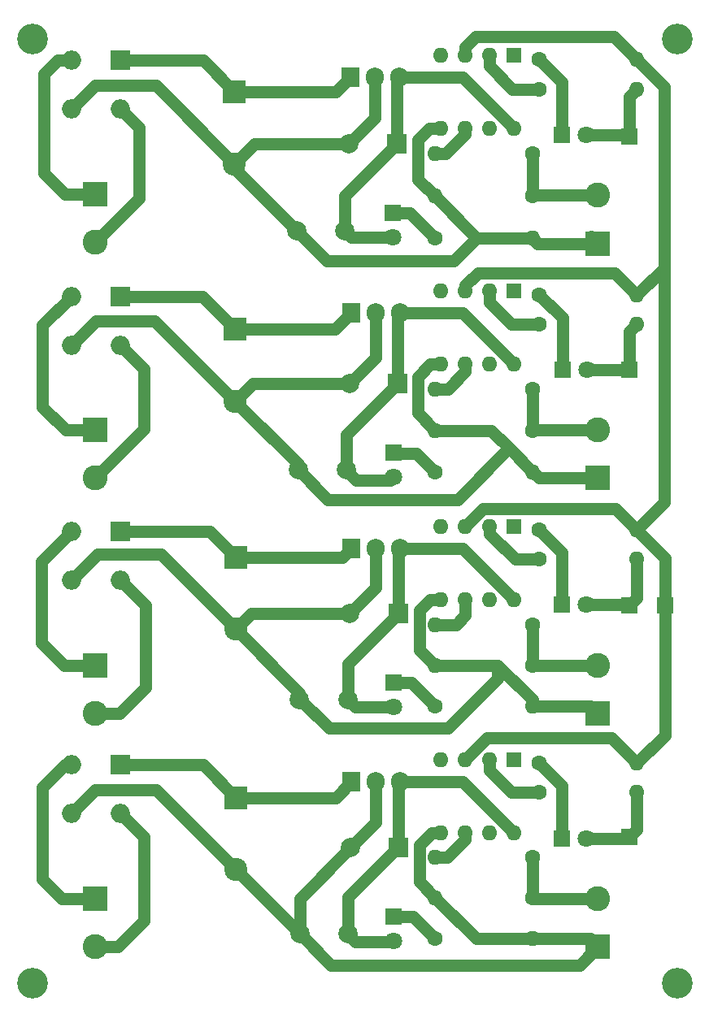
<source format=gbr>
%TF.GenerationSoftware,KiCad,Pcbnew,8.0.4*%
%TF.CreationDate,2025-01-05T13:35:29+05:30*%
%TF.ProjectId,Driver Circuit Combined - V1,44726976-6572-4204-9369-726375697420,rev?*%
%TF.SameCoordinates,Original*%
%TF.FileFunction,Copper,L2,Bot*%
%TF.FilePolarity,Positive*%
%FSLAX46Y46*%
G04 Gerber Fmt 4.6, Leading zero omitted, Abs format (unit mm)*
G04 Created by KiCad (PCBNEW 8.0.4) date 2025-01-05 13:35:29*
%MOMM*%
%LPD*%
G01*
G04 APERTURE LIST*
%TA.AperFunction,ComponentPad*%
%ADD10R,1.905000X2.000000*%
%TD*%
%TA.AperFunction,ComponentPad*%
%ADD11O,1.905000X2.000000*%
%TD*%
%TA.AperFunction,ComponentPad*%
%ADD12C,1.600000*%
%TD*%
%TA.AperFunction,ComponentPad*%
%ADD13O,1.600000X1.600000*%
%TD*%
%TA.AperFunction,ComponentPad*%
%ADD14R,1.800000X1.800000*%
%TD*%
%TA.AperFunction,ComponentPad*%
%ADD15C,1.800000*%
%TD*%
%TA.AperFunction,ComponentPad*%
%ADD16R,2.600000X2.600000*%
%TD*%
%TA.AperFunction,ComponentPad*%
%ADD17C,2.600000*%
%TD*%
%TA.AperFunction,ComponentPad*%
%ADD18C,2.000000*%
%TD*%
%TA.AperFunction,ComponentPad*%
%ADD19R,1.600000X1.600000*%
%TD*%
%TA.AperFunction,ComponentPad*%
%ADD20R,2.400000X2.400000*%
%TD*%
%TA.AperFunction,ComponentPad*%
%ADD21C,2.400000*%
%TD*%
%TA.AperFunction,ComponentPad*%
%ADD22R,2.000000X2.000000*%
%TD*%
%TA.AperFunction,ComponentPad*%
%ADD23O,2.000000X2.000000*%
%TD*%
%TA.AperFunction,ComponentPad*%
%ADD24R,1.700000X1.700000*%
%TD*%
%TA.AperFunction,ComponentPad*%
%ADD25C,3.200000*%
%TD*%
%TA.AperFunction,Conductor*%
%ADD26C,1.300000*%
%TD*%
G04 APERTURE END LIST*
D10*
%TO.P,7815,1,IN*%
%TO.N,Net-(D2-+)*%
X163158000Y-113346000D03*
D11*
%TO.P,7815,2,GND*%
%TO.N,GND2*%
X165698000Y-113346000D03*
%TO.P,7815,3,OUT*%
%TO.N,Net-(D6-A)*%
X168238000Y-113346000D03*
%TD*%
D12*
%TO.P,10E,1*%
%TO.N,Net-(J8-Pin_2)*%
X182058000Y-170056000D03*
D13*
%TO.P,10E,2*%
%TO.N,Net-(R12-Pad2)*%
X171898000Y-170056000D03*
%TD*%
D12*
%TO.P,10K,1*%
%TO.N,Net-(J7-Pin_2)*%
X182058000Y-150046000D03*
D13*
%TO.P,10K,2*%
%TO.N,GND3*%
X171898000Y-150046000D03*
%TD*%
D12*
%TO.P,220E,1*%
%TO.N,Net-(U5-A)*%
X182718000Y-90006000D03*
D13*
%TO.P,220E,2*%
%TO.N,Net-(D9-A)*%
X192878000Y-90006000D03*
%TD*%
D12*
%TO.P,220E,1*%
%TO.N,Net-(U6-A)*%
X182758000Y-114476000D03*
D13*
%TO.P,220E,2*%
%TO.N,Net-(D10-A)*%
X192918000Y-114476000D03*
%TD*%
D10*
%TO.P,7815,1,IN*%
%TO.N,Net-(D4-+)*%
X163178000Y-162156000D03*
D11*
%TO.P,7815,2,GND*%
%TO.N,GND4*%
X165718000Y-162156000D03*
%TO.P,7815,3,OUT*%
%TO.N,Net-(D8-A)*%
X168258000Y-162156000D03*
%TD*%
D14*
%TO.P,SIG LED 2,1,K*%
%TO.N,Net-(D10-K)*%
X185138000Y-119246000D03*
D15*
%TO.P,SIG LED 2,2,A*%
%TO.N,Net-(D10-A)*%
X187678000Y-119246000D03*
%TD*%
D12*
%TO.P,10K,1*%
%TO.N,Net-(J8-Pin_2)*%
X182078000Y-174286000D03*
D13*
%TO.P,10K,2*%
%TO.N,GND4*%
X171918000Y-174286000D03*
%TD*%
D16*
%TO.P,AC INPUT 3,1,Pin_1*%
%TO.N,Net-(J3-Pin_1)*%
X136508000Y-150016000D03*
D17*
%TO.P,AC INPUT 3,2,Pin_2*%
%TO.N,Net-(J3-Pin_2)*%
X136508000Y-155016000D03*
%TD*%
D12*
%TO.P,220E,1*%
%TO.N,Net-(U8-A)*%
X182733000Y-163296000D03*
D13*
%TO.P,220E,2*%
%TO.N,Net-(D12-A)*%
X192893000Y-163296000D03*
%TD*%
D18*
%TO.P,0.1uF,1*%
%TO.N,Net-(D6-A)*%
X162638000Y-129646000D03*
%TO.P,0.1uF,2*%
%TO.N,GND2*%
X157638000Y-129646000D03*
%TD*%
D19*
%TO.P,TL250H,1,NC*%
%TO.N,unconnected-(U5-NC-Pad1)*%
X180088000Y-86456000D03*
D13*
%TO.P,TL250H,2,A*%
%TO.N,Net-(U5-A)*%
X177548000Y-86456000D03*
%TO.P,TL250H,3,C*%
%TO.N,GND1*%
X175008000Y-86456000D03*
%TO.P,TL250H,4,NC*%
%TO.N,unconnected-(U5-NC-Pad4)*%
X172468000Y-86456000D03*
%TO.P,TL250H,5,VEE*%
%TO.N,GND*%
X172468000Y-94076000D03*
%TO.P,TL250H,6,VO*%
%TO.N,Net-(R9-Pad2)*%
X175008000Y-94076000D03*
%TO.P,TL250H,7,VO*%
%TO.N,unconnected-(U5-VO-Pad7)*%
X177548000Y-94076000D03*
%TO.P,TL250H,8,VCC*%
%TO.N,Net-(D5-A)*%
X180088000Y-94076000D03*
%TD*%
D12*
%TO.P,10E,1*%
%TO.N,Net-(J7-Pin_2)*%
X182068000Y-145796000D03*
D13*
%TO.P,10E,2*%
%TO.N,Net-(R11-Pad2)*%
X171908000Y-145796000D03*
%TD*%
D14*
%TO.P,DC LED 4,1,K*%
%TO.N,Net-(D8-K)*%
X167568000Y-176256000D03*
D15*
%TO.P,DC LED 4,2,A*%
%TO.N,Net-(D8-A)*%
X167568000Y-178796000D03*
%TD*%
D20*
%TO.P,2200uF,1*%
%TO.N,Net-(D1-+)*%
X150998000Y-90286000D03*
D21*
%TO.P,2200uF,2*%
%TO.N,GND*%
X150998000Y-97786000D03*
%TD*%
D12*
%TO.P,2.2K,1*%
%TO.N,Net-(D6-K)*%
X171908000Y-129866000D03*
D13*
%TO.P,2.2K,2*%
%TO.N,GND2*%
X182068000Y-129866000D03*
%TD*%
D12*
%TO.P,2.2K,1*%
%TO.N,Net-(D11-K)*%
X182733000Y-135956000D03*
D13*
%TO.P,2.2K,2*%
%TO.N,GND1*%
X192893000Y-135956000D03*
%TD*%
D12*
%TO.P,10E,1*%
%TO.N,Net-(J6-Pin_2)*%
X182078000Y-121246000D03*
D13*
%TO.P,10E,2*%
%TO.N,Net-(R10-Pad2)*%
X171918000Y-121246000D03*
%TD*%
D12*
%TO.P,2.2K,1*%
%TO.N,Net-(D8-K)*%
X171888000Y-178546000D03*
D13*
%TO.P,2.2K,2*%
%TO.N,GND4*%
X182048000Y-178546000D03*
%TD*%
D14*
%TO.P,DC LED 3,1,K*%
%TO.N,Net-(D7-K)*%
X167548000Y-151856000D03*
D15*
%TO.P,DC LED 3,2,A*%
%TO.N,Net-(D7-A)*%
X167548000Y-154396000D03*
%TD*%
D18*
%TO.P,0.1uF,1*%
%TO.N,Net-(D7-A)*%
X162788000Y-153606000D03*
%TO.P,0.1uF,2*%
%TO.N,GND3*%
X157788000Y-153606000D03*
%TD*%
D14*
%TO.P,SIG LED 1,1,K*%
%TO.N,Net-(D9-K)*%
X185088000Y-94806000D03*
D15*
%TO.P,SIG LED 1,2,A*%
%TO.N,Net-(D9-A)*%
X187628000Y-94806000D03*
%TD*%
D14*
%TO.P,SIG LED 4 ,1,K*%
%TO.N,Net-(D12-K)*%
X185098000Y-168086000D03*
D15*
%TO.P,SIG LED 4 ,2,A*%
%TO.N,Net-(D12-A)*%
X187638000Y-168086000D03*
%TD*%
D22*
%TO.P,D4,1,+*%
%TO.N,Net-(D4-+)*%
X139108000Y-160406000D03*
D23*
%TO.P,D4,2*%
%TO.N,Net-(J4-Pin_1)*%
X134028000Y-160406000D03*
%TO.P,D4,3,-*%
%TO.N,GND4*%
X134028000Y-165486000D03*
%TO.P,D4,4*%
%TO.N,Net-(J4-Pin_2)*%
X139108000Y-165486000D03*
%TD*%
D16*
%TO.P,DC OUTPUT 1,1,Pin_1*%
%TO.N,GND*%
X188828000Y-106076000D03*
D17*
%TO.P,DC OUTPUT 1,2,Pin_2*%
%TO.N,Net-(J5-Pin_2)*%
X188828000Y-101076000D03*
%TD*%
D22*
%TO.P,D1,1,+*%
%TO.N,Net-(D1-+)*%
X139108000Y-87006000D03*
D23*
%TO.P,D1,2*%
%TO.N,Net-(J1-Pin_1)*%
X134028000Y-87006000D03*
%TO.P,D1,3,-*%
%TO.N,GND*%
X134028000Y-92086000D03*
%TO.P,D1,4*%
%TO.N,Net-(J1-Pin_2)*%
X139108000Y-92086000D03*
%TD*%
D20*
%TO.P,2200uF,1*%
%TO.N,Net-(D4-+)*%
X151128000Y-163818220D03*
D21*
%TO.P,2200uF,2*%
%TO.N,GND4*%
X151128000Y-171318220D03*
%TD*%
D14*
%TO.P,DC LED 2,1,K*%
%TO.N,Net-(D6-K)*%
X167548000Y-127896000D03*
D15*
%TO.P,DC LED 2,2,A*%
%TO.N,Net-(D6-A)*%
X167548000Y-130436000D03*
%TD*%
D16*
%TO.P,AC INPUT 1,1,Pin_1*%
%TO.N,Net-(J1-Pin_1)*%
X136508000Y-100956000D03*
D17*
%TO.P,AC INPUT 1,2,Pin_2*%
%TO.N,Net-(J1-Pin_2)*%
X136508000Y-105956000D03*
%TD*%
D12*
%TO.P,10K,1*%
%TO.N,Net-(J6-Pin_2)*%
X182068000Y-125566000D03*
D13*
%TO.P,10K,2*%
%TO.N,GND2*%
X171908000Y-125566000D03*
%TD*%
D24*
%TO.P,SIG IN 3,1,Pin_1*%
%TO.N,Net-(D11-A)*%
X192143000Y-143796000D03*
%TD*%
D14*
%TO.P,SIG LED 3,1,K*%
%TO.N,Net-(D11-K)*%
X185098000Y-143746000D03*
D15*
%TO.P,SIG LED 3,2,A*%
%TO.N,Net-(D11-A)*%
X187638000Y-143746000D03*
%TD*%
D10*
%TO.P,7815,1,IN*%
%TO.N,Net-(D1-+)*%
X163088000Y-88756000D03*
D11*
%TO.P,7815,2,GND*%
%TO.N,GND*%
X165628000Y-88756000D03*
%TO.P,7815,3,OUT*%
%TO.N,Net-(D5-A)*%
X168168000Y-88756000D03*
%TD*%
D12*
%TO.P,10E,1*%
%TO.N,Net-(J5-Pin_2)*%
X182018000Y-96726000D03*
D13*
%TO.P,10E,2*%
%TO.N,Net-(R9-Pad2)*%
X171858000Y-96726000D03*
%TD*%
D19*
%TO.P,TLP250H,1,NC*%
%TO.N,unconnected-(U6-NC-Pad1)*%
X180128000Y-111046000D03*
D13*
%TO.P,TLP250H,2,A*%
%TO.N,Net-(U6-A)*%
X177588000Y-111046000D03*
%TO.P,TLP250H,3,C*%
%TO.N,GND1*%
X175048000Y-111046000D03*
%TO.P,TLP250H,4,NC*%
%TO.N,unconnected-(U6-NC-Pad4)*%
X172508000Y-111046000D03*
%TO.P,TLP250H,5,VEE*%
%TO.N,GND2*%
X172508000Y-118666000D03*
%TO.P,TLP250H,6,VO*%
%TO.N,Net-(R10-Pad2)*%
X175048000Y-118666000D03*
%TO.P,TLP250H,7,VO*%
%TO.N,unconnected-(U6-VO-Pad7)*%
X177588000Y-118666000D03*
%TO.P,TLP250H,8,VCC*%
%TO.N,Net-(D6-A)*%
X180128000Y-118666000D03*
%TD*%
D20*
%TO.P,2200uF,1*%
%TO.N,Net-(D2-+)*%
X151078000Y-115038220D03*
D21*
%TO.P,2200uF,2*%
%TO.N,GND2*%
X151078000Y-122538220D03*
%TD*%
D25*
%TO.P,,1*%
%TO.N,N/C*%
X129950000Y-84820000D03*
%TD*%
D12*
%TO.P,2.2K,1*%
%TO.N,Net-(D7-K)*%
X171858000Y-154266000D03*
D13*
%TO.P,2.2K,2*%
%TO.N,GND3*%
X182018000Y-154266000D03*
%TD*%
D24*
%TO.P,GND,1,Pin_1*%
%TO.N,GND1*%
X195820000Y-143780000D03*
%TD*%
%TO.P,SIG IN 1,1,Pin_1*%
%TO.N,Net-(D9-A)*%
X192128000Y-94906000D03*
%TD*%
D18*
%TO.P,0.1uF,1*%
%TO.N,Net-(D8-A)*%
X162798000Y-178006000D03*
%TO.P,0.1uF,2*%
%TO.N,GND4*%
X157798000Y-178006000D03*
%TD*%
D25*
%TO.P,,1*%
%TO.N,N/C*%
X197100000Y-183170000D03*
%TD*%
D16*
%TO.P,AC INPUT 4,1,Pin_1*%
%TO.N,Net-(J4-Pin_1)*%
X136508000Y-174366000D03*
D17*
%TO.P,AC INPUT 4,2,Pin_2*%
%TO.N,Net-(J4-Pin_2)*%
X136508000Y-179366000D03*
%TD*%
D12*
%TO.P,220E,1*%
%TO.N,Net-(U7-A)*%
X182733000Y-138996000D03*
D13*
%TO.P,220E,2*%
%TO.N,Net-(D11-A)*%
X192893000Y-138996000D03*
%TD*%
D14*
%TO.P,DC LED 1,1,K*%
%TO.N,Net-(D5-K)*%
X167468000Y-102936000D03*
D15*
%TO.P,DC LED 1,2,A*%
%TO.N,Net-(D5-A)*%
X167468000Y-105476000D03*
%TD*%
D19*
%TO.P,TLP250H,1,NC*%
%TO.N,unconnected-(U7-NC-Pad1)*%
X180128000Y-135556000D03*
D13*
%TO.P,TLP250H,2,A*%
%TO.N,Net-(U7-A)*%
X177588000Y-135556000D03*
%TO.P,TLP250H,3,C*%
%TO.N,GND1*%
X175048000Y-135556000D03*
%TO.P,TLP250H,4,NC*%
%TO.N,unconnected-(U7-NC-Pad4)*%
X172508000Y-135556000D03*
%TO.P,TLP250H,5,VEE*%
%TO.N,GND3*%
X172508000Y-143176000D03*
%TO.P,TLP250H,6,VO*%
%TO.N,Net-(R11-Pad2)*%
X175048000Y-143176000D03*
%TO.P,TLP250H,7,VO*%
%TO.N,unconnected-(U7-VO-Pad7)*%
X177588000Y-143176000D03*
%TO.P,TLP250H,8,VCC*%
%TO.N,Net-(D7-A)*%
X180128000Y-143176000D03*
%TD*%
D10*
%TO.P,7815,1,IN*%
%TO.N,Net-(D3-+)*%
X163168000Y-137856000D03*
D11*
%TO.P,7815,2,GND*%
%TO.N,GND3*%
X165708000Y-137856000D03*
%TO.P,7815,3,OUT*%
%TO.N,Net-(D7-A)*%
X168248000Y-137856000D03*
%TD*%
D12*
%TO.P,10K,1*%
%TO.N,Net-(J5-Pin_2)*%
X182038000Y-101156000D03*
D13*
%TO.P,10K,2*%
%TO.N,GND*%
X171878000Y-101156000D03*
%TD*%
D19*
%TO.P,TLP250H,1,NC*%
%TO.N,unconnected-(U8-NC-Pad1)*%
X180118000Y-159856000D03*
D13*
%TO.P,TLP250H,2,A*%
%TO.N,Net-(U8-A)*%
X177578000Y-159856000D03*
%TO.P,TLP250H,3,C*%
%TO.N,GND1*%
X175038000Y-159856000D03*
%TO.P,TLP250H,4,NC*%
%TO.N,unconnected-(U8-NC-Pad4)*%
X172498000Y-159856000D03*
%TO.P,TLP250H,5,VEE*%
%TO.N,GND4*%
X172498000Y-167476000D03*
%TO.P,TLP250H,6,VO*%
%TO.N,Net-(R12-Pad2)*%
X175038000Y-167476000D03*
%TO.P,TLP250H,7,VO*%
%TO.N,unconnected-(U8-VO-Pad7)*%
X177578000Y-167476000D03*
%TO.P,TLP250H,8,VCC*%
%TO.N,Net-(D8-A)*%
X180118000Y-167476000D03*
%TD*%
D12*
%TO.P,2.2K,1*%
%TO.N,Net-(D12-K)*%
X182733000Y-160256000D03*
D13*
%TO.P,2.2K,2*%
%TO.N,GND1*%
X192893000Y-160256000D03*
%TD*%
D22*
%TO.P,220uF,1*%
%TO.N,Net-(D5-A)*%
X167938000Y-95666000D03*
D18*
%TO.P,220uF,2*%
%TO.N,GND*%
X162938000Y-95666000D03*
%TD*%
D16*
%TO.P,DC OUTPUT 3,1,Pin_1*%
%TO.N,GND3*%
X188843000Y-155016000D03*
D17*
%TO.P,DC OUTPUT 3,2,Pin_2*%
%TO.N,Net-(J7-Pin_2)*%
X188843000Y-150016000D03*
%TD*%
D20*
%TO.P,2200uF,1*%
%TO.N,Net-(D3-+)*%
X151118000Y-138766000D03*
D21*
%TO.P,2200uF,2*%
%TO.N,GND3*%
X151118000Y-146266000D03*
%TD*%
D16*
%TO.P,DC OUTPUT 4,1,Pin_1*%
%TO.N,GND4*%
X188843000Y-179366000D03*
D17*
%TO.P,DC OUTPUT 4,2,Pin_2*%
%TO.N,Net-(J8-Pin_2)*%
X188843000Y-174366000D03*
%TD*%
D22*
%TO.P,D3,1,+*%
%TO.N,Net-(D3-+)*%
X139108000Y-136106000D03*
D23*
%TO.P,D3,2*%
%TO.N,Net-(J3-Pin_1)*%
X134028000Y-136106000D03*
%TO.P,D3,3,-*%
%TO.N,GND3*%
X134028000Y-141186000D03*
%TO.P,D3,4*%
%TO.N,Net-(J3-Pin_2)*%
X139108000Y-141186000D03*
%TD*%
D12*
%TO.P,2.2K,1*%
%TO.N,Net-(D10-K)*%
X182758000Y-111446000D03*
D13*
%TO.P,2.2K,2*%
%TO.N,GND1*%
X192918000Y-111446000D03*
%TD*%
D22*
%TO.P,220uF,1*%
%TO.N,Net-(D8-A)*%
X168098000Y-169036000D03*
D18*
%TO.P,220uF,2*%
%TO.N,GND4*%
X163098000Y-169036000D03*
%TD*%
D24*
%TO.P,SIG IN 2,1,Pin_1*%
%TO.N,Net-(D10-A)*%
X192143000Y-119246000D03*
%TD*%
D22*
%TO.P,220uF,1*%
%TO.N,Net-(D6-A)*%
X167995677Y-120656000D03*
D18*
%TO.P,220uF,2*%
%TO.N,GND2*%
X162995677Y-120656000D03*
%TD*%
D16*
%TO.P,DC OUTPUT 2,1,Pin_1*%
%TO.N,GND2*%
X188843000Y-130536000D03*
D17*
%TO.P,DC OUTPUT 2,2,Pin_2*%
%TO.N,Net-(J6-Pin_2)*%
X188843000Y-125536000D03*
%TD*%
D12*
%TO.P,2.2K,1*%
%TO.N,Net-(D9-K)*%
X182718000Y-86866000D03*
D13*
%TO.P,2.2K,2*%
%TO.N,GND1*%
X192878000Y-86866000D03*
%TD*%
D12*
%TO.P,2.2K,1*%
%TO.N,Net-(D5-K)*%
X171848000Y-105516000D03*
D13*
%TO.P,2.2K,2*%
%TO.N,GND*%
X182008000Y-105516000D03*
%TD*%
D16*
%TO.P,AC INPUT 2,1,Pin_1*%
%TO.N,Net-(J2-Pin_1)*%
X136508000Y-125536000D03*
D17*
%TO.P,AC INPUT 2,2,Pin_2*%
%TO.N,Net-(J2-Pin_2)*%
X136508000Y-130536000D03*
%TD*%
D18*
%TO.P,0.1uF,1*%
%TO.N,Net-(D5-A)*%
X162518000Y-104786000D03*
%TO.P,0.1uF,2*%
%TO.N,GND*%
X157518000Y-104786000D03*
%TD*%
D22*
%TO.P,D2,1,+*%
%TO.N,Net-(D2-+)*%
X139108000Y-111596000D03*
D23*
%TO.P,D2,2*%
%TO.N,Net-(J2-Pin_1)*%
X134028000Y-111596000D03*
%TO.P,D2,3,-*%
%TO.N,GND2*%
X134028000Y-116676000D03*
%TO.P,D2,4*%
%TO.N,Net-(J2-Pin_2)*%
X139108000Y-116676000D03*
%TD*%
D24*
%TO.P,SIG IN 4,1,Pin_1*%
%TO.N,Net-(D12-A)*%
X192143000Y-167926000D03*
%TD*%
D25*
%TO.P,,1*%
%TO.N,N/C*%
X129950000Y-183170000D03*
%TD*%
%TO.P,,1*%
%TO.N,N/C*%
X197100000Y-84820000D03*
%TD*%
D22*
%TO.P,220uF,1*%
%TO.N,Net-(D7-A)*%
X168038000Y-144626000D03*
D18*
%TO.P,220uF,2*%
%TO.N,GND3*%
X163038000Y-144626000D03*
%TD*%
D26*
%TO.N,Net-(D1-+)*%
X161558000Y-90286000D02*
X163088000Y-88756000D01*
X139108000Y-86916000D02*
X139173000Y-86981000D01*
X150998000Y-90286000D02*
X161558000Y-90286000D01*
X150538000Y-90286000D02*
X150998000Y-90286000D01*
X147718000Y-87006000D02*
X150998000Y-90286000D01*
X139108000Y-87006000D02*
X147718000Y-87006000D01*
%TO.N,GND*%
X150998000Y-98246000D02*
X150998000Y-97786000D01*
X157518000Y-104766000D02*
X150998000Y-98246000D01*
X134028000Y-92086000D02*
X136468000Y-89646000D01*
X136468000Y-89646000D02*
X142858000Y-89646000D01*
X182008000Y-105516000D02*
X176238000Y-105516000D01*
X188828000Y-106076000D02*
X188118000Y-105366000D01*
X142858000Y-89646000D02*
X150998000Y-97786000D01*
X150538000Y-97786000D02*
X150998000Y-97786000D01*
X182568000Y-106076000D02*
X182008000Y-105516000D01*
X157518000Y-104786000D02*
X157518000Y-104766000D01*
X176238000Y-105516000D02*
X171878000Y-101156000D01*
X157518000Y-104786000D02*
X160628000Y-107896000D01*
X153118000Y-95666000D02*
X150998000Y-97786000D01*
X188828000Y-106076000D02*
X182568000Y-106076000D01*
X170108000Y-95304630D02*
X170108000Y-99386000D01*
X162938000Y-95666000D02*
X153118000Y-95666000D01*
X170108000Y-99386000D02*
X171878000Y-101156000D01*
X172468000Y-94076000D02*
X171336630Y-94076000D01*
X171336630Y-94076000D02*
X170108000Y-95304630D01*
X160628000Y-107896000D02*
X173858000Y-107896000D01*
X173858000Y-107896000D02*
X176238000Y-105516000D01*
X165628000Y-88756000D02*
X165628000Y-92976000D01*
X165628000Y-92976000D02*
X162938000Y-95666000D01*
%TO.N,Net-(D2-+)*%
X151078000Y-115038220D02*
X161465780Y-115038220D01*
X161465780Y-115038220D02*
X163158000Y-113346000D01*
X139108000Y-111596000D02*
X147635780Y-111596000D01*
X147635780Y-111596000D02*
X151078000Y-115038220D01*
%TO.N,Net-(D3-+)*%
X139108000Y-136106000D02*
X148458000Y-136106000D01*
X151118000Y-138766000D02*
X162258000Y-138766000D01*
X162258000Y-138766000D02*
X163168000Y-137856000D01*
X148458000Y-136106000D02*
X151118000Y-138766000D01*
%TO.N,Net-(D4-+)*%
X151128000Y-163818220D02*
X161515780Y-163818220D01*
X139108000Y-160406000D02*
X147715780Y-160406000D01*
X147715780Y-160406000D02*
X151128000Y-163818220D01*
X161515780Y-163818220D02*
X163178000Y-162156000D01*
%TO.N,Net-(D5-A)*%
X174768000Y-88756000D02*
X180088000Y-94076000D01*
X167938000Y-88986000D02*
X168168000Y-88756000D01*
X162518000Y-104786000D02*
X162518000Y-101086000D01*
X162518000Y-101086000D02*
X167938000Y-95666000D01*
X163208000Y-105476000D02*
X162518000Y-104786000D01*
X167938000Y-95666000D02*
X167938000Y-88986000D01*
X167468000Y-105476000D02*
X163208000Y-105476000D01*
X168168000Y-88756000D02*
X174768000Y-88756000D01*
%TO.N,Net-(D6-A)*%
X162638000Y-129646000D02*
X162638000Y-126013677D01*
X167995677Y-120656000D02*
X167995677Y-113588323D01*
X167228000Y-130756000D02*
X167548000Y-130436000D01*
X168238000Y-113346000D02*
X174808000Y-113346000D01*
X162638000Y-126013677D02*
X167995677Y-120656000D01*
X167995677Y-113588323D02*
X168238000Y-113346000D01*
X163698000Y-130756000D02*
X167228000Y-130756000D01*
X162638000Y-129696000D02*
X163698000Y-130756000D01*
X174808000Y-113346000D02*
X180128000Y-118666000D01*
%TO.N,Net-(D7-A)*%
X162788000Y-149876000D02*
X168038000Y-144626000D01*
X180128000Y-143176000D02*
X174808000Y-137856000D01*
X174808000Y-137856000D02*
X168248000Y-137856000D01*
X168038000Y-138066000D02*
X168248000Y-137856000D01*
X167548000Y-154396000D02*
X163578000Y-154396000D01*
X168038000Y-144626000D02*
X168038000Y-138066000D01*
X163578000Y-154396000D02*
X162788000Y-153606000D01*
X162788000Y-153606000D02*
X162788000Y-149876000D01*
%TO.N,Net-(D8-A)*%
X174798000Y-162156000D02*
X180118000Y-167476000D01*
X167548000Y-178816000D02*
X167568000Y-178796000D01*
X168098000Y-169036000D02*
X167958000Y-169036000D01*
X168098000Y-162316000D02*
X168258000Y-162156000D01*
X163608000Y-178816000D02*
X167548000Y-178816000D01*
X162798000Y-174196000D02*
X162798000Y-178006000D01*
X167958000Y-169036000D02*
X162798000Y-174196000D01*
X168098000Y-169036000D02*
X168098000Y-162316000D01*
X162798000Y-178006000D02*
X163608000Y-178816000D01*
X168258000Y-162156000D02*
X174798000Y-162156000D01*
%TO.N,Net-(J1-Pin_2)*%
X141068000Y-94046000D02*
X139108000Y-92086000D01*
X141068000Y-101396000D02*
X141068000Y-94046000D01*
X136508000Y-105956000D02*
X141068000Y-101396000D01*
%TO.N,Net-(J1-Pin_1)*%
X133326000Y-100956000D02*
X131160000Y-98790000D01*
X136508000Y-100956000D02*
X133326000Y-100956000D01*
X131160000Y-98790000D02*
X131160000Y-88420000D01*
X132574000Y-87006000D02*
X134028000Y-87006000D01*
X131160000Y-88420000D02*
X132574000Y-87006000D01*
%TO.N,Net-(J2-Pin_1)*%
X136508000Y-125536000D02*
X133456000Y-125536000D01*
X133456000Y-125536000D02*
X131030000Y-123110000D01*
X131030000Y-123110000D02*
X131030000Y-114594000D01*
X131030000Y-114594000D02*
X134028000Y-111596000D01*
%TO.N,Net-(J2-Pin_2)*%
X141598000Y-119166000D02*
X141598000Y-125446000D01*
X141598000Y-125446000D02*
X136508000Y-130536000D01*
X139108000Y-116676000D02*
X141598000Y-119166000D01*
%TO.N,Net-(J3-Pin_2)*%
X139108000Y-141186000D02*
X141728000Y-143806000D01*
X141728000Y-143806000D02*
X141728000Y-152336000D01*
X139048000Y-155016000D02*
X136508000Y-155016000D01*
X141728000Y-152336000D02*
X139048000Y-155016000D01*
%TO.N,Net-(J3-Pin_1)*%
X130890000Y-139244000D02*
X134028000Y-136106000D01*
X136508000Y-150016000D02*
X133256000Y-150016000D01*
X133256000Y-150016000D02*
X130890000Y-147650000D01*
X130890000Y-147650000D02*
X130890000Y-139244000D01*
%TO.N,Net-(J4-Pin_2)*%
X139108000Y-165486000D02*
X141550000Y-167928000D01*
X141550000Y-167928000D02*
X141550000Y-176670000D01*
X141550000Y-176670000D02*
X138854000Y-179366000D01*
X138854000Y-179366000D02*
X136508000Y-179366000D01*
%TO.N,Net-(J4-Pin_1)*%
X130980000Y-162790000D02*
X130980000Y-172350000D01*
X132996000Y-174366000D02*
X136508000Y-174366000D01*
X130980000Y-172350000D02*
X132996000Y-174366000D01*
X133364000Y-160406000D02*
X130980000Y-162790000D01*
X134028000Y-160406000D02*
X133364000Y-160406000D01*
%TO.N,Net-(D5-K)*%
X169268000Y-102936000D02*
X171848000Y-105516000D01*
X167468000Y-102936000D02*
X169268000Y-102936000D01*
%TO.N,Net-(D6-K)*%
X167578000Y-127926000D02*
X167548000Y-127896000D01*
X171908000Y-129866000D02*
X169968000Y-127926000D01*
X169968000Y-127926000D02*
X167578000Y-127926000D01*
%TO.N,Net-(D7-K)*%
X167548000Y-151856000D02*
X169448000Y-151856000D01*
X169448000Y-151856000D02*
X171858000Y-154266000D01*
%TO.N,Net-(D8-K)*%
X169598000Y-176256000D02*
X171888000Y-178546000D01*
X167568000Y-176256000D02*
X169598000Y-176256000D01*
%TO.N,Net-(D9-A)*%
X187628000Y-94806000D02*
X192028000Y-94806000D01*
X187628000Y-94806000D02*
X188078000Y-94806000D01*
X192128000Y-90756000D02*
X192878000Y-90006000D01*
X192128000Y-94906000D02*
X192128000Y-90756000D01*
X192028000Y-94806000D02*
X192128000Y-94906000D01*
%TO.N,Net-(D9-K)*%
X185088000Y-94806000D02*
X185088000Y-89236000D01*
X185088000Y-89236000D02*
X182718000Y-86866000D01*
%TO.N,Net-(D10-A)*%
X192143000Y-115251000D02*
X192918000Y-114476000D01*
X192143000Y-119246000D02*
X187678000Y-119246000D01*
X192143000Y-119246000D02*
X192143000Y-115251000D01*
%TO.N,Net-(D10-K)*%
X185138000Y-119246000D02*
X185138000Y-113826000D01*
X185138000Y-113826000D02*
X182758000Y-111446000D01*
%TO.N,Net-(D11-A)*%
X192893000Y-138996000D02*
X192893000Y-143046000D01*
X192893000Y-143046000D02*
X192143000Y-143796000D01*
X192093000Y-143746000D02*
X192143000Y-143796000D01*
X187638000Y-143746000D02*
X192093000Y-143746000D01*
%TO.N,Net-(D11-K)*%
X185098000Y-138321000D02*
X182733000Y-135956000D01*
X185098000Y-143746000D02*
X185098000Y-138321000D01*
%TO.N,Net-(D12-K)*%
X185098000Y-162621000D02*
X182733000Y-160256000D01*
X185098000Y-168086000D02*
X185098000Y-162621000D01*
%TO.N,Net-(D12-A)*%
X187638000Y-168086000D02*
X191983000Y-168086000D01*
X192893000Y-167176000D02*
X192143000Y-167926000D01*
X192893000Y-163296000D02*
X192893000Y-167176000D01*
X191983000Y-168086000D02*
X192143000Y-167926000D01*
%TO.N,Net-(J5-Pin_2)*%
X182008000Y-96736000D02*
X182018000Y-96726000D01*
X182018000Y-96726000D02*
X182018000Y-101136000D01*
X188828000Y-101076000D02*
X182118000Y-101076000D01*
X182118000Y-101076000D02*
X182038000Y-101156000D01*
X182018000Y-101136000D02*
X182038000Y-101156000D01*
%TO.N,Net-(J6-Pin_2)*%
X182098000Y-125536000D02*
X182068000Y-125566000D01*
X182078000Y-121246000D02*
X182078000Y-125556000D01*
X182078000Y-125556000D02*
X182068000Y-125566000D01*
X188843000Y-125536000D02*
X182098000Y-125536000D01*
%TO.N,Net-(J7-Pin_2)*%
X182088000Y-150016000D02*
X182058000Y-150046000D01*
X188843000Y-150016000D02*
X182088000Y-150016000D01*
X182068000Y-150036000D02*
X182058000Y-150046000D01*
X182068000Y-145796000D02*
X182068000Y-150036000D01*
%TO.N,Net-(J8-Pin_2)*%
X182158000Y-174366000D02*
X182078000Y-174286000D01*
X182058000Y-174266000D02*
X182078000Y-174286000D01*
X182058000Y-170056000D02*
X182058000Y-174266000D01*
X188843000Y-174366000D02*
X182158000Y-174366000D01*
%TO.N,GND1*%
X192893000Y-135956000D02*
X195790000Y-133059000D01*
X176858000Y-133746000D02*
X190683000Y-133746000D01*
X195760000Y-89748000D02*
X195760000Y-108604000D01*
X195820000Y-138883000D02*
X192893000Y-135956000D01*
X175008000Y-86456000D02*
X175008000Y-85626000D01*
X195790000Y-108654000D02*
X195750000Y-108614000D01*
X190528000Y-84516000D02*
X192878000Y-86866000D01*
X190683000Y-133746000D02*
X192893000Y-135956000D01*
X175008000Y-85626000D02*
X176118000Y-84516000D01*
X190233000Y-157596000D02*
X192893000Y-160256000D01*
X195820000Y-143780000D02*
X195820000Y-138883000D01*
X195820000Y-157329000D02*
X192893000Y-160256000D01*
X175038000Y-159856000D02*
X177298000Y-157596000D01*
X175048000Y-135556000D02*
X176858000Y-133746000D01*
X176118000Y-84516000D02*
X190528000Y-84516000D01*
X190598000Y-109126000D02*
X192918000Y-111446000D01*
X195790000Y-133059000D02*
X195790000Y-108654000D01*
X192878000Y-86866000D02*
X195760000Y-89748000D01*
X195760000Y-108604000D02*
X195750000Y-108614000D01*
X177298000Y-157596000D02*
X190233000Y-157596000D01*
X175048000Y-110416000D02*
X176338000Y-109126000D01*
X175048000Y-111046000D02*
X175048000Y-110416000D01*
X195820000Y-143780000D02*
X195820000Y-157329000D01*
X176338000Y-109126000D02*
X190598000Y-109126000D01*
X195750000Y-108614000D02*
X192918000Y-111446000D01*
%TO.N,Net-(R9-Pad2)*%
X175008000Y-94706000D02*
X175008000Y-94076000D01*
X171858000Y-96726000D02*
X172988000Y-96726000D01*
X172988000Y-96726000D02*
X175008000Y-94706000D01*
%TO.N,Net-(R10-Pad2)*%
X173248000Y-121246000D02*
X171918000Y-121246000D01*
X175048000Y-119446000D02*
X173248000Y-121246000D01*
X175048000Y-118666000D02*
X175048000Y-119446000D01*
%TO.N,Net-(R11-Pad2)*%
X171918000Y-145806000D02*
X171908000Y-145796000D01*
X174078000Y-145806000D02*
X171918000Y-145806000D01*
X175048000Y-144836000D02*
X174078000Y-145806000D01*
X175048000Y-143176000D02*
X175048000Y-144836000D01*
%TO.N,Net-(R12-Pad2)*%
X175038000Y-168166000D02*
X173148000Y-170056000D01*
X173148000Y-170056000D02*
X171898000Y-170056000D01*
X175038000Y-167476000D02*
X175038000Y-168166000D01*
%TO.N,Net-(U5-A)*%
X177548000Y-86456000D02*
X177548000Y-87587370D01*
X179966630Y-90006000D02*
X182718000Y-90006000D01*
X177548000Y-87587370D02*
X179966630Y-90006000D01*
%TO.N,Net-(U6-A)*%
X177588000Y-112177370D02*
X179886630Y-114476000D01*
X179886630Y-114476000D02*
X182758000Y-114476000D01*
X177588000Y-111046000D02*
X177588000Y-112177370D01*
%TO.N,Net-(U7-A)*%
X177588000Y-135556000D02*
X177588000Y-136316000D01*
X180268000Y-138996000D02*
X182733000Y-138996000D01*
X177588000Y-136316000D02*
X180268000Y-138996000D01*
%TO.N,Net-(U8-A)*%
X179886630Y-163296000D02*
X182733000Y-163296000D01*
X177578000Y-159856000D02*
X177578000Y-160987370D01*
X177578000Y-160987370D02*
X179886630Y-163296000D01*
%TO.N,GND2*%
X162995677Y-120656000D02*
X165698000Y-117953677D01*
X157638000Y-129098220D02*
X151078000Y-122538220D01*
X170078000Y-123736000D02*
X171908000Y-125566000D01*
X162995677Y-120656000D02*
X152960220Y-120656000D01*
X171908000Y-125566000D02*
X177768000Y-125566000D01*
X171376630Y-118666000D02*
X170078000Y-119964630D01*
X179593000Y-127391000D02*
X182068000Y-129866000D01*
X134028000Y-116676000D02*
X136558000Y-114146000D01*
X172508000Y-118666000D02*
X171376630Y-118666000D01*
X142685780Y-114146000D02*
X151078000Y-122538220D01*
X157638000Y-129646000D02*
X160738000Y-132746000D01*
X170078000Y-119964630D02*
X170078000Y-123736000D01*
X152960220Y-120656000D02*
X151078000Y-122538220D01*
X165698000Y-117953677D02*
X165698000Y-113346000D01*
X157638000Y-129646000D02*
X157638000Y-129098220D01*
X160738000Y-132746000D02*
X174238000Y-132746000D01*
X174238000Y-132746000D02*
X179593000Y-127391000D01*
X136558000Y-114146000D02*
X142685780Y-114146000D01*
X188843000Y-130536000D02*
X182738000Y-130536000D01*
X182738000Y-130536000D02*
X182068000Y-129866000D01*
X177768000Y-125566000D02*
X179593000Y-127391000D01*
%TO.N,GND3*%
X157788000Y-152936000D02*
X151118000Y-146266000D01*
X157858000Y-153606000D02*
X160868000Y-156616000D01*
X143318000Y-138466000D02*
X151118000Y-146266000D01*
X163038000Y-144626000D02*
X152758000Y-144626000D01*
X134028000Y-141186000D02*
X136748000Y-138466000D01*
X182018000Y-153626000D02*
X182018000Y-154266000D01*
X136748000Y-138466000D02*
X143318000Y-138466000D01*
X188093000Y-154266000D02*
X188843000Y-155016000D01*
X173208000Y-156616000D02*
X178438000Y-151386000D01*
X182018000Y-154266000D02*
X188093000Y-154266000D01*
X160868000Y-156616000D02*
X173208000Y-156616000D01*
X165708000Y-137856000D02*
X165708000Y-141956000D01*
X178438000Y-151386000D02*
X178438000Y-150046000D01*
X170258000Y-144294630D02*
X170258000Y-148406000D01*
X152758000Y-144626000D02*
X151118000Y-146266000D01*
X170258000Y-148406000D02*
X171898000Y-150046000D01*
X157788000Y-153606000D02*
X157858000Y-153606000D01*
X171898000Y-150046000D02*
X178438000Y-150046000D01*
X178438000Y-150046000D02*
X182018000Y-153626000D01*
X171376630Y-143176000D02*
X170258000Y-144294630D01*
X172508000Y-143176000D02*
X171376630Y-143176000D01*
X157788000Y-153606000D02*
X157788000Y-152936000D01*
X165708000Y-141956000D02*
X163038000Y-144626000D01*
%TO.N,GND4*%
X188023000Y-178546000D02*
X188843000Y-179366000D01*
X136498000Y-163016000D02*
X142825780Y-163016000D01*
X182048000Y-178546000D02*
X188023000Y-178546000D01*
X170248000Y-172616000D02*
X170248000Y-168806000D01*
X163098000Y-169036000D02*
X165718000Y-166416000D01*
X176178000Y-178546000D02*
X171918000Y-174286000D01*
X134028000Y-165486000D02*
X136498000Y-163016000D01*
X171918000Y-174286000D02*
X170248000Y-172616000D01*
X157798000Y-178006000D02*
X161058000Y-181266000D01*
X170248000Y-168806000D02*
X171578000Y-167476000D01*
X157798000Y-178006000D02*
X157798000Y-174336000D01*
X142825780Y-163016000D02*
X151128000Y-171318220D01*
X165718000Y-166416000D02*
X165718000Y-162156000D01*
X182048000Y-178546000D02*
X176178000Y-178546000D01*
X186943000Y-181266000D02*
X188843000Y-179366000D01*
X151128000Y-171336000D02*
X157798000Y-178006000D01*
X157798000Y-174336000D02*
X163098000Y-169036000D01*
X151128000Y-171318220D02*
X151128000Y-171336000D01*
X171578000Y-167476000D02*
X172498000Y-167476000D01*
X161058000Y-181266000D02*
X186943000Y-181266000D01*
%TD*%
M02*

</source>
